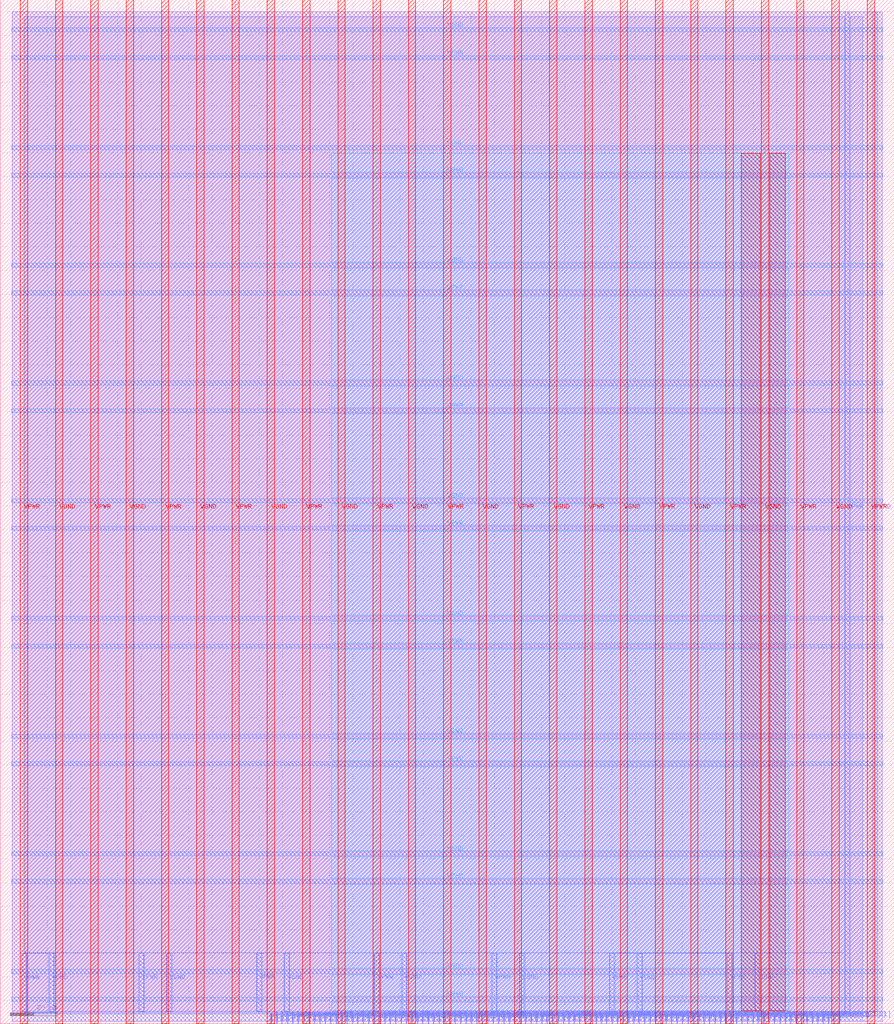
<source format=lef>
VERSION 5.7 ;
  NOWIREEXTENSIONATPIN ON ;
  DIVIDERCHAR "/" ;
  BUSBITCHARS "[]" ;
MACRO SRAM_1024x32
  CLASS BLOCK ;
  FOREIGN SRAM_1024x32 ;
  ORIGIN 0.000 0.000 ;
  SIZE 380.000 BY 435.000 ;
  PIN VGND
    DIRECTION INOUT ;
    USE GROUND ;
    PORT
      LAYER met2 ;
        RECT 20.940 5.200 22.700 29.860 ;
    END
    PORT
      LAYER met2 ;
        RECT 70.940 5.200 72.700 29.860 ;
    END
    PORT
      LAYER met2 ;
        RECT 120.940 5.200 122.700 29.860 ;
    END
    PORT
      LAYER met2 ;
        RECT 170.940 5.200 172.700 29.860 ;
    END
    PORT
      LAYER met2 ;
        RECT 220.940 5.200 222.700 29.860 ;
    END
    PORT
      LAYER met2 ;
        RECT 270.940 5.200 272.700 29.720 ;
    END
    PORT
      LAYER met2 ;
        RECT 320.940 5.200 322.700 29.860 ;
    END
    PORT
      LAYER met2 ;
        RECT 370.940 5.200 372.700 430.000 ;
    END
    PORT
      LAYER met3 ;
        RECT 4.820 21.320 375.140 23.080 ;
    END
    PORT
      LAYER met3 ;
        RECT 4.820 71.320 375.140 73.080 ;
    END
    PORT
      LAYER met3 ;
        RECT 4.820 121.320 375.140 123.080 ;
    END
    PORT
      LAYER met3 ;
        RECT 4.820 171.320 375.140 173.080 ;
    END
    PORT
      LAYER met3 ;
        RECT 4.820 221.320 375.140 223.080 ;
    END
    PORT
      LAYER met3 ;
        RECT 4.820 271.320 375.140 273.080 ;
    END
    PORT
      LAYER met3 ;
        RECT 4.820 321.320 375.140 323.080 ;
    END
    PORT
      LAYER met3 ;
        RECT 4.820 371.320 375.140 373.080 ;
    END
    PORT
      LAYER met3 ;
        RECT 4.820 421.320 375.140 423.080 ;
    END
    PORT
      LAYER met4 ;
        RECT 23.510 0.000 26.610 435.000 ;
    END
    PORT
      LAYER met4 ;
        RECT 53.510 0.000 56.610 435.000 ;
    END
    PORT
      LAYER met4 ;
        RECT 83.510 0.000 86.610 435.000 ;
    END
    PORT
      LAYER met4 ;
        RECT 113.510 0.000 116.610 435.000 ;
    END
    PORT
      LAYER met4 ;
        RECT 143.510 0.000 146.610 435.000 ;
    END
    PORT
      LAYER met4 ;
        RECT 173.510 0.000 176.610 435.000 ;
    END
    PORT
      LAYER met4 ;
        RECT 203.510 0.000 206.610 435.000 ;
    END
    PORT
      LAYER met4 ;
        RECT 233.510 0.000 236.610 435.000 ;
    END
    PORT
      LAYER met4 ;
        RECT 263.510 0.000 266.610 435.000 ;
    END
    PORT
      LAYER met4 ;
        RECT 293.510 0.000 296.610 435.000 ;
    END
    PORT
      LAYER met4 ;
        RECT 323.510 0.000 326.610 435.000 ;
    END
    PORT
      LAYER met4 ;
        RECT 353.510 0.000 356.610 435.000 ;
    END
  END VGND
  PIN VPWR
    DIRECTION INOUT ;
    USE POWER ;
    PORT
      LAYER met2 ;
        RECT 9.180 5.200 10.940 29.720 ;
    END
    PORT
      LAYER met2 ;
        RECT 59.180 5.200 60.940 29.860 ;
    END
    PORT
      LAYER met2 ;
        RECT 109.180 5.200 110.940 29.860 ;
    END
    PORT
      LAYER met2 ;
        RECT 159.180 5.200 160.940 29.860 ;
    END
    PORT
      LAYER met2 ;
        RECT 209.180 5.200 210.940 29.860 ;
    END
    PORT
      LAYER met2 ;
        RECT 259.180 5.200 260.940 29.860 ;
    END
    PORT
      LAYER met2 ;
        RECT 309.180 5.200 310.940 29.860 ;
    END
    PORT
      LAYER met2 ;
        RECT 359.180 5.200 360.940 430.000 ;
    END
    PORT
      LAYER met3 ;
        RECT 4.820 9.560 375.140 11.320 ;
    END
    PORT
      LAYER met3 ;
        RECT 4.820 59.560 375.140 61.320 ;
    END
    PORT
      LAYER met3 ;
        RECT 4.820 109.560 375.140 111.320 ;
    END
    PORT
      LAYER met3 ;
        RECT 4.820 159.560 375.140 161.320 ;
    END
    PORT
      LAYER met3 ;
        RECT 4.820 209.560 375.140 211.320 ;
    END
    PORT
      LAYER met3 ;
        RECT 4.820 259.560 375.140 261.320 ;
    END
    PORT
      LAYER met3 ;
        RECT 4.820 309.560 375.140 311.320 ;
    END
    PORT
      LAYER met3 ;
        RECT 4.820 359.560 375.140 361.320 ;
    END
    PORT
      LAYER met3 ;
        RECT 4.820 409.560 375.140 411.320 ;
    END
    PORT
      LAYER met4 ;
        RECT 8.510 0.000 11.610 435.000 ;
    END
    PORT
      LAYER met4 ;
        RECT 38.510 0.000 41.610 435.000 ;
    END
    PORT
      LAYER met4 ;
        RECT 68.510 0.000 71.610 435.000 ;
    END
    PORT
      LAYER met4 ;
        RECT 98.510 0.000 101.610 435.000 ;
    END
    PORT
      LAYER met4 ;
        RECT 128.510 0.000 131.610 435.000 ;
    END
    PORT
      LAYER met4 ;
        RECT 158.510 0.000 161.610 435.000 ;
    END
    PORT
      LAYER met4 ;
        RECT 188.510 0.000 191.610 435.000 ;
    END
    PORT
      LAYER met4 ;
        RECT 218.510 0.000 221.610 435.000 ;
    END
    PORT
      LAYER met4 ;
        RECT 248.510 0.000 251.610 435.000 ;
    END
    PORT
      LAYER met4 ;
        RECT 278.510 0.000 281.610 435.000 ;
    END
    PORT
      LAYER met4 ;
        RECT 308.510 0.000 311.610 435.000 ;
    END
    PORT
      LAYER met4 ;
        RECT 338.510 0.000 341.610 435.000 ;
    END
    PORT
      LAYER met4 ;
        RECT 368.510 0.000 371.610 435.000 ;
    END
  END VPWR
  PIN wb_clk_i
    DIRECTION INPUT ;
    USE SIGNAL ;
    ANTENNAGATEAREA 0.852000 ;
    PORT
      LAYER met2 ;
        RECT 115.090 0.000 115.370 4.000 ;
    END
  END wb_clk_i
  PIN wb_rst_i
    DIRECTION INPUT ;
    USE SIGNAL ;
    ANTENNAGATEAREA 0.196500 ;
    PORT
      LAYER met2 ;
        RECT 117.390 0.000 117.670 4.000 ;
    END
  END wb_rst_i
  PIN wbs_ack_o
    DIRECTION OUTPUT ;
    USE SIGNAL ;
    ANTENNADIFFAREA 2.673000 ;
    PORT
      LAYER met2 ;
        RECT 119.690 0.000 119.970 4.000 ;
    END
  END wbs_ack_o
  PIN wbs_adr_i[0]
    DIRECTION INPUT ;
    USE SIGNAL ;
    ANTENNAGATEAREA 0.126000 ;
    PORT
      LAYER met2 ;
        RECT 128.890 0.000 129.170 4.000 ;
    END
  END wbs_adr_i[0]
  PIN wbs_adr_i[10]
    DIRECTION INPUT ;
    USE SIGNAL ;
    PORT
      LAYER met2 ;
        RECT 207.090 0.000 207.370 4.000 ;
    END
  END wbs_adr_i[10]
  PIN wbs_adr_i[11]
    DIRECTION INPUT ;
    USE SIGNAL ;
    PORT
      LAYER met2 ;
        RECT 213.990 0.000 214.270 4.000 ;
    END
  END wbs_adr_i[11]
  PIN wbs_adr_i[12]
    DIRECTION INPUT ;
    USE SIGNAL ;
    PORT
      LAYER met2 ;
        RECT 220.890 0.000 221.170 4.000 ;
    END
  END wbs_adr_i[12]
  PIN wbs_adr_i[13]
    DIRECTION INPUT ;
    USE SIGNAL ;
    PORT
      LAYER met2 ;
        RECT 227.790 0.000 228.070 4.000 ;
    END
  END wbs_adr_i[13]
  PIN wbs_adr_i[14]
    DIRECTION INPUT ;
    USE SIGNAL ;
    PORT
      LAYER met2 ;
        RECT 234.690 0.000 234.970 4.000 ;
    END
  END wbs_adr_i[14]
  PIN wbs_adr_i[15]
    DIRECTION INPUT ;
    USE SIGNAL ;
    PORT
      LAYER met2 ;
        RECT 241.590 0.000 241.870 4.000 ;
    END
  END wbs_adr_i[15]
  PIN wbs_adr_i[16]
    DIRECTION INPUT ;
    USE SIGNAL ;
    PORT
      LAYER met2 ;
        RECT 248.490 0.000 248.770 4.000 ;
    END
  END wbs_adr_i[16]
  PIN wbs_adr_i[17]
    DIRECTION INPUT ;
    USE SIGNAL ;
    PORT
      LAYER met2 ;
        RECT 255.390 0.000 255.670 4.000 ;
    END
  END wbs_adr_i[17]
  PIN wbs_adr_i[18]
    DIRECTION INPUT ;
    USE SIGNAL ;
    PORT
      LAYER met2 ;
        RECT 262.290 0.000 262.570 4.000 ;
    END
  END wbs_adr_i[18]
  PIN wbs_adr_i[19]
    DIRECTION INPUT ;
    USE SIGNAL ;
    PORT
      LAYER met2 ;
        RECT 269.190 0.000 269.470 4.000 ;
    END
  END wbs_adr_i[19]
  PIN wbs_adr_i[1]
    DIRECTION INPUT ;
    USE SIGNAL ;
    ANTENNAGATEAREA 0.126000 ;
    PORT
      LAYER met2 ;
        RECT 138.090 0.000 138.370 4.000 ;
    END
  END wbs_adr_i[1]
  PIN wbs_adr_i[20]
    DIRECTION INPUT ;
    USE SIGNAL ;
    PORT
      LAYER met2 ;
        RECT 276.090 0.000 276.370 4.000 ;
    END
  END wbs_adr_i[20]
  PIN wbs_adr_i[21]
    DIRECTION INPUT ;
    USE SIGNAL ;
    PORT
      LAYER met2 ;
        RECT 282.990 0.000 283.270 4.000 ;
    END
  END wbs_adr_i[21]
  PIN wbs_adr_i[22]
    DIRECTION INPUT ;
    USE SIGNAL ;
    PORT
      LAYER met2 ;
        RECT 289.890 0.000 290.170 4.000 ;
    END
  END wbs_adr_i[22]
  PIN wbs_adr_i[23]
    DIRECTION INPUT ;
    USE SIGNAL ;
    PORT
      LAYER met2 ;
        RECT 296.790 0.000 297.070 4.000 ;
    END
  END wbs_adr_i[23]
  PIN wbs_adr_i[24]
    DIRECTION INPUT ;
    USE SIGNAL ;
    PORT
      LAYER met2 ;
        RECT 303.690 0.000 303.970 4.000 ;
    END
  END wbs_adr_i[24]
  PIN wbs_adr_i[25]
    DIRECTION INPUT ;
    USE SIGNAL ;
    PORT
      LAYER met2 ;
        RECT 310.590 0.000 310.870 4.000 ;
    END
  END wbs_adr_i[25]
  PIN wbs_adr_i[26]
    DIRECTION INPUT ;
    USE SIGNAL ;
    PORT
      LAYER met2 ;
        RECT 317.490 0.000 317.770 4.000 ;
    END
  END wbs_adr_i[26]
  PIN wbs_adr_i[27]
    DIRECTION INPUT ;
    USE SIGNAL ;
    PORT
      LAYER met2 ;
        RECT 324.390 0.000 324.670 4.000 ;
    END
  END wbs_adr_i[27]
  PIN wbs_adr_i[28]
    DIRECTION INPUT ;
    USE SIGNAL ;
    PORT
      LAYER met2 ;
        RECT 331.290 0.000 331.570 4.000 ;
    END
  END wbs_adr_i[28]
  PIN wbs_adr_i[29]
    DIRECTION INPUT ;
    USE SIGNAL ;
    PORT
      LAYER met2 ;
        RECT 338.190 0.000 338.470 4.000 ;
    END
  END wbs_adr_i[29]
  PIN wbs_adr_i[2]
    DIRECTION INPUT ;
    USE SIGNAL ;
    ANTENNAGATEAREA 0.126000 ;
    PORT
      LAYER met2 ;
        RECT 147.290 0.000 147.570 4.000 ;
    END
  END wbs_adr_i[2]
  PIN wbs_adr_i[30]
    DIRECTION INPUT ;
    USE SIGNAL ;
    PORT
      LAYER met2 ;
        RECT 345.090 0.000 345.370 4.000 ;
    END
  END wbs_adr_i[30]
  PIN wbs_adr_i[31]
    DIRECTION INPUT ;
    USE SIGNAL ;
    PORT
      LAYER met2 ;
        RECT 351.990 0.000 352.270 4.000 ;
    END
  END wbs_adr_i[31]
  PIN wbs_adr_i[3]
    DIRECTION INPUT ;
    USE SIGNAL ;
    ANTENNAGATEAREA 0.126000 ;
    PORT
      LAYER met2 ;
        RECT 156.490 0.000 156.770 4.000 ;
    END
  END wbs_adr_i[3]
  PIN wbs_adr_i[4]
    DIRECTION INPUT ;
    USE SIGNAL ;
    ANTENNAGATEAREA 0.126000 ;
    PORT
      LAYER met2 ;
        RECT 165.690 0.000 165.970 4.000 ;
    END
  END wbs_adr_i[4]
  PIN wbs_adr_i[5]
    DIRECTION INPUT ;
    USE SIGNAL ;
    ANTENNAGATEAREA 0.126000 ;
    PORT
      LAYER met2 ;
        RECT 172.590 0.000 172.870 4.000 ;
    END
  END wbs_adr_i[5]
  PIN wbs_adr_i[6]
    DIRECTION INPUT ;
    USE SIGNAL ;
    ANTENNAGATEAREA 0.126000 ;
    PORT
      LAYER met2 ;
        RECT 179.490 0.000 179.770 4.000 ;
    END
  END wbs_adr_i[6]
  PIN wbs_adr_i[7]
    DIRECTION INPUT ;
    USE SIGNAL ;
    ANTENNAGATEAREA 0.126000 ;
    PORT
      LAYER met2 ;
        RECT 186.390 0.000 186.670 4.000 ;
    END
  END wbs_adr_i[7]
  PIN wbs_adr_i[8]
    DIRECTION INPUT ;
    USE SIGNAL ;
    ANTENNAGATEAREA 0.126000 ;
    PORT
      LAYER met2 ;
        RECT 193.290 0.000 193.570 4.000 ;
    END
  END wbs_adr_i[8]
  PIN wbs_adr_i[9]
    DIRECTION INPUT ;
    USE SIGNAL ;
    ANTENNAGATEAREA 0.126000 ;
    PORT
      LAYER met2 ;
        RECT 200.190 0.000 200.470 4.000 ;
    END
  END wbs_adr_i[9]
  PIN wbs_cyc_i
    DIRECTION INPUT ;
    USE SIGNAL ;
    ANTENNAGATEAREA 0.126000 ;
    PORT
      LAYER met2 ;
        RECT 121.990 0.000 122.270 4.000 ;
    END
  END wbs_cyc_i
  PIN wbs_dat_i[0]
    DIRECTION INPUT ;
    USE SIGNAL ;
    ANTENNAGATEAREA 0.126000 ;
    PORT
      LAYER met2 ;
        RECT 131.190 0.000 131.470 4.000 ;
    END
  END wbs_dat_i[0]
  PIN wbs_dat_i[10]
    DIRECTION INPUT ;
    USE SIGNAL ;
    ANTENNAGATEAREA 0.126000 ;
    PORT
      LAYER met2 ;
        RECT 209.390 0.000 209.670 4.000 ;
    END
  END wbs_dat_i[10]
  PIN wbs_dat_i[11]
    DIRECTION INPUT ;
    USE SIGNAL ;
    ANTENNAGATEAREA 0.126000 ;
    PORT
      LAYER met2 ;
        RECT 216.290 0.000 216.570 4.000 ;
    END
  END wbs_dat_i[11]
  PIN wbs_dat_i[12]
    DIRECTION INPUT ;
    USE SIGNAL ;
    ANTENNAGATEAREA 0.126000 ;
    PORT
      LAYER met2 ;
        RECT 223.190 0.000 223.470 4.000 ;
    END
  END wbs_dat_i[12]
  PIN wbs_dat_i[13]
    DIRECTION INPUT ;
    USE SIGNAL ;
    ANTENNAGATEAREA 0.126000 ;
    PORT
      LAYER met2 ;
        RECT 230.090 0.000 230.370 4.000 ;
    END
  END wbs_dat_i[13]
  PIN wbs_dat_i[14]
    DIRECTION INPUT ;
    USE SIGNAL ;
    ANTENNAGATEAREA 0.126000 ;
    PORT
      LAYER met2 ;
        RECT 236.990 0.000 237.270 4.000 ;
    END
  END wbs_dat_i[14]
  PIN wbs_dat_i[15]
    DIRECTION INPUT ;
    USE SIGNAL ;
    ANTENNAGATEAREA 0.126000 ;
    PORT
      LAYER met2 ;
        RECT 243.890 0.000 244.170 4.000 ;
    END
  END wbs_dat_i[15]
  PIN wbs_dat_i[16]
    DIRECTION INPUT ;
    USE SIGNAL ;
    ANTENNAGATEAREA 0.126000 ;
    PORT
      LAYER met2 ;
        RECT 250.790 0.000 251.070 4.000 ;
    END
  END wbs_dat_i[16]
  PIN wbs_dat_i[17]
    DIRECTION INPUT ;
    USE SIGNAL ;
    ANTENNAGATEAREA 0.126000 ;
    PORT
      LAYER met2 ;
        RECT 257.690 0.000 257.970 4.000 ;
    END
  END wbs_dat_i[17]
  PIN wbs_dat_i[18]
    DIRECTION INPUT ;
    USE SIGNAL ;
    ANTENNAGATEAREA 0.126000 ;
    PORT
      LAYER met2 ;
        RECT 264.590 0.000 264.870 4.000 ;
    END
  END wbs_dat_i[18]
  PIN wbs_dat_i[19]
    DIRECTION INPUT ;
    USE SIGNAL ;
    ANTENNAGATEAREA 0.126000 ;
    PORT
      LAYER met2 ;
        RECT 271.490 0.000 271.770 4.000 ;
    END
  END wbs_dat_i[19]
  PIN wbs_dat_i[1]
    DIRECTION INPUT ;
    USE SIGNAL ;
    ANTENNAGATEAREA 0.126000 ;
    PORT
      LAYER met2 ;
        RECT 140.390 0.000 140.670 4.000 ;
    END
  END wbs_dat_i[1]
  PIN wbs_dat_i[20]
    DIRECTION INPUT ;
    USE SIGNAL ;
    ANTENNAGATEAREA 0.126000 ;
    PORT
      LAYER met2 ;
        RECT 278.390 0.000 278.670 4.000 ;
    END
  END wbs_dat_i[20]
  PIN wbs_dat_i[21]
    DIRECTION INPUT ;
    USE SIGNAL ;
    ANTENNAGATEAREA 0.126000 ;
    PORT
      LAYER met2 ;
        RECT 285.290 0.000 285.570 4.000 ;
    END
  END wbs_dat_i[21]
  PIN wbs_dat_i[22]
    DIRECTION INPUT ;
    USE SIGNAL ;
    ANTENNAGATEAREA 0.126000 ;
    PORT
      LAYER met2 ;
        RECT 292.190 0.000 292.470 4.000 ;
    END
  END wbs_dat_i[22]
  PIN wbs_dat_i[23]
    DIRECTION INPUT ;
    USE SIGNAL ;
    ANTENNAGATEAREA 0.126000 ;
    PORT
      LAYER met2 ;
        RECT 299.090 0.000 299.370 4.000 ;
    END
  END wbs_dat_i[23]
  PIN wbs_dat_i[24]
    DIRECTION INPUT ;
    USE SIGNAL ;
    ANTENNAGATEAREA 0.126000 ;
    PORT
      LAYER met2 ;
        RECT 305.990 0.000 306.270 4.000 ;
    END
  END wbs_dat_i[24]
  PIN wbs_dat_i[25]
    DIRECTION INPUT ;
    USE SIGNAL ;
    ANTENNAGATEAREA 0.126000 ;
    PORT
      LAYER met2 ;
        RECT 312.890 0.000 313.170 4.000 ;
    END
  END wbs_dat_i[25]
  PIN wbs_dat_i[26]
    DIRECTION INPUT ;
    USE SIGNAL ;
    ANTENNAGATEAREA 0.126000 ;
    PORT
      LAYER met2 ;
        RECT 319.790 0.000 320.070 4.000 ;
    END
  END wbs_dat_i[26]
  PIN wbs_dat_i[27]
    DIRECTION INPUT ;
    USE SIGNAL ;
    ANTENNAGATEAREA 0.126000 ;
    PORT
      LAYER met2 ;
        RECT 326.690 0.000 326.970 4.000 ;
    END
  END wbs_dat_i[27]
  PIN wbs_dat_i[28]
    DIRECTION INPUT ;
    USE SIGNAL ;
    ANTENNAGATEAREA 0.126000 ;
    PORT
      LAYER met2 ;
        RECT 333.590 0.000 333.870 4.000 ;
    END
  END wbs_dat_i[28]
  PIN wbs_dat_i[29]
    DIRECTION INPUT ;
    USE SIGNAL ;
    ANTENNAGATEAREA 0.126000 ;
    PORT
      LAYER met2 ;
        RECT 340.490 0.000 340.770 4.000 ;
    END
  END wbs_dat_i[29]
  PIN wbs_dat_i[2]
    DIRECTION INPUT ;
    USE SIGNAL ;
    ANTENNAGATEAREA 0.126000 ;
    PORT
      LAYER met2 ;
        RECT 149.590 0.000 149.870 4.000 ;
    END
  END wbs_dat_i[2]
  PIN wbs_dat_i[30]
    DIRECTION INPUT ;
    USE SIGNAL ;
    ANTENNAGATEAREA 0.126000 ;
    PORT
      LAYER met2 ;
        RECT 347.390 0.000 347.670 4.000 ;
    END
  END wbs_dat_i[30]
  PIN wbs_dat_i[31]
    DIRECTION INPUT ;
    USE SIGNAL ;
    ANTENNAGATEAREA 0.126000 ;
    PORT
      LAYER met2 ;
        RECT 354.290 0.000 354.570 4.000 ;
    END
  END wbs_dat_i[31]
  PIN wbs_dat_i[3]
    DIRECTION INPUT ;
    USE SIGNAL ;
    ANTENNAGATEAREA 0.126000 ;
    PORT
      LAYER met2 ;
        RECT 158.790 0.000 159.070 4.000 ;
    END
  END wbs_dat_i[3]
  PIN wbs_dat_i[4]
    DIRECTION INPUT ;
    USE SIGNAL ;
    ANTENNAGATEAREA 0.126000 ;
    PORT
      LAYER met2 ;
        RECT 167.990 0.000 168.270 4.000 ;
    END
  END wbs_dat_i[4]
  PIN wbs_dat_i[5]
    DIRECTION INPUT ;
    USE SIGNAL ;
    ANTENNAGATEAREA 0.126000 ;
    PORT
      LAYER met2 ;
        RECT 174.890 0.000 175.170 4.000 ;
    END
  END wbs_dat_i[5]
  PIN wbs_dat_i[6]
    DIRECTION INPUT ;
    USE SIGNAL ;
    ANTENNAGATEAREA 0.126000 ;
    PORT
      LAYER met2 ;
        RECT 181.790 0.000 182.070 4.000 ;
    END
  END wbs_dat_i[6]
  PIN wbs_dat_i[7]
    DIRECTION INPUT ;
    USE SIGNAL ;
    ANTENNAGATEAREA 0.126000 ;
    PORT
      LAYER met2 ;
        RECT 188.690 0.000 188.970 4.000 ;
    END
  END wbs_dat_i[7]
  PIN wbs_dat_i[8]
    DIRECTION INPUT ;
    USE SIGNAL ;
    ANTENNAGATEAREA 0.126000 ;
    PORT
      LAYER met2 ;
        RECT 195.590 0.000 195.870 4.000 ;
    END
  END wbs_dat_i[8]
  PIN wbs_dat_i[9]
    DIRECTION INPUT ;
    USE SIGNAL ;
    ANTENNAGATEAREA 0.126000 ;
    PORT
      LAYER met2 ;
        RECT 202.490 0.000 202.770 4.000 ;
    END
  END wbs_dat_i[9]
  PIN wbs_dat_o[0]
    DIRECTION OUTPUT ;
    USE SIGNAL ;
    ANTENNADIFFAREA 2.673000 ;
    PORT
      LAYER met2 ;
        RECT 133.490 0.000 133.770 4.000 ;
    END
  END wbs_dat_o[0]
  PIN wbs_dat_o[10]
    DIRECTION OUTPUT ;
    USE SIGNAL ;
    ANTENNADIFFAREA 2.673000 ;
    PORT
      LAYER met2 ;
        RECT 211.690 0.000 211.970 4.000 ;
    END
  END wbs_dat_o[10]
  PIN wbs_dat_o[11]
    DIRECTION OUTPUT ;
    USE SIGNAL ;
    ANTENNADIFFAREA 2.673000 ;
    PORT
      LAYER met2 ;
        RECT 218.590 0.000 218.870 4.000 ;
    END
  END wbs_dat_o[11]
  PIN wbs_dat_o[12]
    DIRECTION OUTPUT ;
    USE SIGNAL ;
    ANTENNADIFFAREA 2.673000 ;
    PORT
      LAYER met2 ;
        RECT 225.490 0.000 225.770 4.000 ;
    END
  END wbs_dat_o[12]
  PIN wbs_dat_o[13]
    DIRECTION OUTPUT ;
    USE SIGNAL ;
    ANTENNADIFFAREA 2.673000 ;
    PORT
      LAYER met2 ;
        RECT 232.390 0.000 232.670 4.000 ;
    END
  END wbs_dat_o[13]
  PIN wbs_dat_o[14]
    DIRECTION OUTPUT ;
    USE SIGNAL ;
    ANTENNADIFFAREA 2.673000 ;
    PORT
      LAYER met2 ;
        RECT 239.290 0.000 239.570 4.000 ;
    END
  END wbs_dat_o[14]
  PIN wbs_dat_o[15]
    DIRECTION OUTPUT ;
    USE SIGNAL ;
    ANTENNADIFFAREA 2.673000 ;
    PORT
      LAYER met2 ;
        RECT 246.190 0.000 246.470 4.000 ;
    END
  END wbs_dat_o[15]
  PIN wbs_dat_o[16]
    DIRECTION OUTPUT ;
    USE SIGNAL ;
    ANTENNADIFFAREA 2.673000 ;
    PORT
      LAYER met2 ;
        RECT 253.090 0.000 253.370 4.000 ;
    END
  END wbs_dat_o[16]
  PIN wbs_dat_o[17]
    DIRECTION OUTPUT ;
    USE SIGNAL ;
    ANTENNADIFFAREA 2.673000 ;
    PORT
      LAYER met2 ;
        RECT 259.990 0.000 260.270 4.000 ;
    END
  END wbs_dat_o[17]
  PIN wbs_dat_o[18]
    DIRECTION OUTPUT ;
    USE SIGNAL ;
    ANTENNADIFFAREA 2.673000 ;
    PORT
      LAYER met2 ;
        RECT 266.890 0.000 267.170 4.000 ;
    END
  END wbs_dat_o[18]
  PIN wbs_dat_o[19]
    DIRECTION OUTPUT ;
    USE SIGNAL ;
    ANTENNADIFFAREA 2.673000 ;
    PORT
      LAYER met2 ;
        RECT 273.790 0.000 274.070 4.000 ;
    END
  END wbs_dat_o[19]
  PIN wbs_dat_o[1]
    DIRECTION OUTPUT ;
    USE SIGNAL ;
    ANTENNADIFFAREA 2.673000 ;
    PORT
      LAYER met2 ;
        RECT 142.690 0.000 142.970 4.000 ;
    END
  END wbs_dat_o[1]
  PIN wbs_dat_o[20]
    DIRECTION OUTPUT ;
    USE SIGNAL ;
    ANTENNADIFFAREA 2.673000 ;
    PORT
      LAYER met2 ;
        RECT 280.690 0.000 280.970 4.000 ;
    END
  END wbs_dat_o[20]
  PIN wbs_dat_o[21]
    DIRECTION OUTPUT ;
    USE SIGNAL ;
    ANTENNADIFFAREA 2.673000 ;
    PORT
      LAYER met2 ;
        RECT 287.590 0.000 287.870 4.000 ;
    END
  END wbs_dat_o[21]
  PIN wbs_dat_o[22]
    DIRECTION OUTPUT ;
    USE SIGNAL ;
    ANTENNADIFFAREA 2.673000 ;
    PORT
      LAYER met2 ;
        RECT 294.490 0.000 294.770 4.000 ;
    END
  END wbs_dat_o[22]
  PIN wbs_dat_o[23]
    DIRECTION OUTPUT ;
    USE SIGNAL ;
    ANTENNADIFFAREA 2.673000 ;
    PORT
      LAYER met2 ;
        RECT 301.390 0.000 301.670 4.000 ;
    END
  END wbs_dat_o[23]
  PIN wbs_dat_o[24]
    DIRECTION OUTPUT ;
    USE SIGNAL ;
    ANTENNADIFFAREA 2.673000 ;
    PORT
      LAYER met2 ;
        RECT 308.290 0.000 308.570 4.000 ;
    END
  END wbs_dat_o[24]
  PIN wbs_dat_o[25]
    DIRECTION OUTPUT ;
    USE SIGNAL ;
    ANTENNADIFFAREA 2.673000 ;
    PORT
      LAYER met2 ;
        RECT 315.190 0.000 315.470 4.000 ;
    END
  END wbs_dat_o[25]
  PIN wbs_dat_o[26]
    DIRECTION OUTPUT ;
    USE SIGNAL ;
    ANTENNADIFFAREA 2.673000 ;
    PORT
      LAYER met2 ;
        RECT 322.090 0.000 322.370 4.000 ;
    END
  END wbs_dat_o[26]
  PIN wbs_dat_o[27]
    DIRECTION OUTPUT ;
    USE SIGNAL ;
    ANTENNADIFFAREA 2.673000 ;
    PORT
      LAYER met2 ;
        RECT 328.990 0.000 329.270 4.000 ;
    END
  END wbs_dat_o[27]
  PIN wbs_dat_o[28]
    DIRECTION OUTPUT ;
    USE SIGNAL ;
    ANTENNADIFFAREA 2.673000 ;
    PORT
      LAYER met2 ;
        RECT 335.890 0.000 336.170 4.000 ;
    END
  END wbs_dat_o[28]
  PIN wbs_dat_o[29]
    DIRECTION OUTPUT ;
    USE SIGNAL ;
    ANTENNADIFFAREA 2.673000 ;
    PORT
      LAYER met2 ;
        RECT 342.790 0.000 343.070 4.000 ;
    END
  END wbs_dat_o[29]
  PIN wbs_dat_o[2]
    DIRECTION OUTPUT ;
    USE SIGNAL ;
    ANTENNADIFFAREA 2.673000 ;
    PORT
      LAYER met2 ;
        RECT 151.890 0.000 152.170 4.000 ;
    END
  END wbs_dat_o[2]
  PIN wbs_dat_o[30]
    DIRECTION OUTPUT ;
    USE SIGNAL ;
    ANTENNADIFFAREA 2.673000 ;
    PORT
      LAYER met2 ;
        RECT 349.690 0.000 349.970 4.000 ;
    END
  END wbs_dat_o[30]
  PIN wbs_dat_o[31]
    DIRECTION OUTPUT ;
    USE SIGNAL ;
    ANTENNADIFFAREA 2.673000 ;
    PORT
      LAYER met2 ;
        RECT 356.590 0.000 356.870 4.000 ;
    END
  END wbs_dat_o[31]
  PIN wbs_dat_o[3]
    DIRECTION OUTPUT ;
    USE SIGNAL ;
    ANTENNADIFFAREA 2.673000 ;
    PORT
      LAYER met2 ;
        RECT 161.090 0.000 161.370 4.000 ;
    END
  END wbs_dat_o[3]
  PIN wbs_dat_o[4]
    DIRECTION OUTPUT ;
    USE SIGNAL ;
    ANTENNADIFFAREA 2.673000 ;
    PORT
      LAYER met2 ;
        RECT 170.290 0.000 170.570 4.000 ;
    END
  END wbs_dat_o[4]
  PIN wbs_dat_o[5]
    DIRECTION OUTPUT ;
    USE SIGNAL ;
    ANTENNADIFFAREA 2.673000 ;
    PORT
      LAYER met2 ;
        RECT 177.190 0.000 177.470 4.000 ;
    END
  END wbs_dat_o[5]
  PIN wbs_dat_o[6]
    DIRECTION OUTPUT ;
    USE SIGNAL ;
    ANTENNADIFFAREA 2.673000 ;
    PORT
      LAYER met2 ;
        RECT 184.090 0.000 184.370 4.000 ;
    END
  END wbs_dat_o[6]
  PIN wbs_dat_o[7]
    DIRECTION OUTPUT ;
    USE SIGNAL ;
    ANTENNADIFFAREA 2.673000 ;
    PORT
      LAYER met2 ;
        RECT 190.990 0.000 191.270 4.000 ;
    END
  END wbs_dat_o[7]
  PIN wbs_dat_o[8]
    DIRECTION OUTPUT ;
    USE SIGNAL ;
    ANTENNADIFFAREA 2.673000 ;
    PORT
      LAYER met2 ;
        RECT 197.890 0.000 198.170 4.000 ;
    END
  END wbs_dat_o[8]
  PIN wbs_dat_o[9]
    DIRECTION OUTPUT ;
    USE SIGNAL ;
    ANTENNADIFFAREA 2.673000 ;
    PORT
      LAYER met2 ;
        RECT 204.790 0.000 205.070 4.000 ;
    END
  END wbs_dat_o[9]
  PIN wbs_sel_i[0]
    DIRECTION INPUT ;
    USE SIGNAL ;
    ANTENNAGATEAREA 0.126000 ;
    PORT
      LAYER met2 ;
        RECT 135.790 0.000 136.070 4.000 ;
    END
  END wbs_sel_i[0]
  PIN wbs_sel_i[1]
    DIRECTION INPUT ;
    USE SIGNAL ;
    ANTENNAGATEAREA 0.126000 ;
    PORT
      LAYER met2 ;
        RECT 144.990 0.000 145.270 4.000 ;
    END
  END wbs_sel_i[1]
  PIN wbs_sel_i[2]
    DIRECTION INPUT ;
    USE SIGNAL ;
    ANTENNAGATEAREA 0.126000 ;
    PORT
      LAYER met2 ;
        RECT 154.190 0.000 154.470 4.000 ;
    END
  END wbs_sel_i[2]
  PIN wbs_sel_i[3]
    DIRECTION INPUT ;
    USE SIGNAL ;
    ANTENNAGATEAREA 0.126000 ;
    PORT
      LAYER met2 ;
        RECT 163.390 0.000 163.670 4.000 ;
    END
  END wbs_sel_i[3]
  PIN wbs_stb_i
    DIRECTION INPUT ;
    USE SIGNAL ;
    ANTENNAGATEAREA 0.196500 ;
    PORT
      LAYER met2 ;
        RECT 124.290 0.000 124.570 4.000 ;
    END
  END wbs_stb_i
  PIN wbs_we_i
    DIRECTION INPUT ;
    USE SIGNAL ;
    ANTENNAGATEAREA 0.126000 ;
    PORT
      LAYER met2 ;
        RECT 126.590 0.000 126.870 4.000 ;
    END
  END wbs_we_i
  OBS
      LAYER li1 ;
        RECT 5.060 5.355 374.900 429.845 ;
      LAYER met1 ;
        RECT 5.060 1.060 374.900 430.000 ;
      LAYER met2 ;
        RECT 10.100 30.140 358.900 427.870 ;
        RECT 10.100 30.000 20.660 30.140 ;
        RECT 11.220 4.920 20.660 30.000 ;
        RECT 22.980 4.920 58.900 30.140 ;
        RECT 61.220 4.920 70.660 30.140 ;
        RECT 72.980 4.920 108.900 30.140 ;
        RECT 111.220 4.920 120.660 30.140 ;
        RECT 122.980 4.920 158.900 30.140 ;
        RECT 161.220 4.920 170.660 30.140 ;
        RECT 172.980 4.920 208.900 30.140 ;
        RECT 211.220 4.920 220.660 30.140 ;
        RECT 222.980 4.920 258.900 30.140 ;
        RECT 261.220 30.000 308.900 30.140 ;
        RECT 261.220 4.920 270.660 30.000 ;
        RECT 272.980 4.920 308.900 30.000 ;
        RECT 311.220 4.920 320.660 30.140 ;
        RECT 322.980 4.920 358.900 30.140 ;
        RECT 361.220 4.920 366.520 427.870 ;
        RECT 10.100 4.280 366.520 4.920 ;
        RECT 10.100 1.030 114.810 4.280 ;
        RECT 115.650 1.030 117.110 4.280 ;
        RECT 117.950 1.030 119.410 4.280 ;
        RECT 120.250 1.030 121.710 4.280 ;
        RECT 122.550 1.030 124.010 4.280 ;
        RECT 124.850 1.030 126.310 4.280 ;
        RECT 127.150 1.030 128.610 4.280 ;
        RECT 129.450 1.030 130.910 4.280 ;
        RECT 131.750 1.030 133.210 4.280 ;
        RECT 134.050 1.030 135.510 4.280 ;
        RECT 136.350 1.030 137.810 4.280 ;
        RECT 138.650 1.030 140.110 4.280 ;
        RECT 140.950 1.030 142.410 4.280 ;
        RECT 143.250 1.030 144.710 4.280 ;
        RECT 145.550 1.030 147.010 4.280 ;
        RECT 147.850 1.030 149.310 4.280 ;
        RECT 150.150 1.030 151.610 4.280 ;
        RECT 152.450 1.030 153.910 4.280 ;
        RECT 154.750 1.030 156.210 4.280 ;
        RECT 157.050 1.030 158.510 4.280 ;
        RECT 159.350 1.030 160.810 4.280 ;
        RECT 161.650 1.030 163.110 4.280 ;
        RECT 163.950 1.030 165.410 4.280 ;
        RECT 166.250 1.030 167.710 4.280 ;
        RECT 168.550 1.030 170.010 4.280 ;
        RECT 170.850 1.030 172.310 4.280 ;
        RECT 173.150 1.030 174.610 4.280 ;
        RECT 175.450 1.030 176.910 4.280 ;
        RECT 177.750 1.030 179.210 4.280 ;
        RECT 180.050 1.030 181.510 4.280 ;
        RECT 182.350 1.030 183.810 4.280 ;
        RECT 184.650 1.030 186.110 4.280 ;
        RECT 186.950 1.030 188.410 4.280 ;
        RECT 189.250 1.030 190.710 4.280 ;
        RECT 191.550 1.030 193.010 4.280 ;
        RECT 193.850 1.030 195.310 4.280 ;
        RECT 196.150 1.030 197.610 4.280 ;
        RECT 198.450 1.030 199.910 4.280 ;
        RECT 200.750 1.030 202.210 4.280 ;
        RECT 203.050 1.030 204.510 4.280 ;
        RECT 205.350 1.030 206.810 4.280 ;
        RECT 207.650 1.030 209.110 4.280 ;
        RECT 209.950 1.030 211.410 4.280 ;
        RECT 212.250 1.030 213.710 4.280 ;
        RECT 214.550 1.030 216.010 4.280 ;
        RECT 216.850 1.030 218.310 4.280 ;
        RECT 219.150 1.030 220.610 4.280 ;
        RECT 221.450 1.030 222.910 4.280 ;
        RECT 223.750 1.030 225.210 4.280 ;
        RECT 226.050 1.030 227.510 4.280 ;
        RECT 228.350 1.030 229.810 4.280 ;
        RECT 230.650 1.030 232.110 4.280 ;
        RECT 232.950 1.030 234.410 4.280 ;
        RECT 235.250 1.030 236.710 4.280 ;
        RECT 237.550 1.030 239.010 4.280 ;
        RECT 239.850 1.030 241.310 4.280 ;
        RECT 242.150 1.030 243.610 4.280 ;
        RECT 244.450 1.030 245.910 4.280 ;
        RECT 246.750 1.030 248.210 4.280 ;
        RECT 249.050 1.030 250.510 4.280 ;
        RECT 251.350 1.030 252.810 4.280 ;
        RECT 253.650 1.030 255.110 4.280 ;
        RECT 255.950 1.030 257.410 4.280 ;
        RECT 258.250 1.030 259.710 4.280 ;
        RECT 260.550 1.030 262.010 4.280 ;
        RECT 262.850 1.030 264.310 4.280 ;
        RECT 265.150 1.030 266.610 4.280 ;
        RECT 267.450 1.030 268.910 4.280 ;
        RECT 269.750 1.030 271.210 4.280 ;
        RECT 272.050 1.030 273.510 4.280 ;
        RECT 274.350 1.030 275.810 4.280 ;
        RECT 276.650 1.030 278.110 4.280 ;
        RECT 278.950 1.030 280.410 4.280 ;
        RECT 281.250 1.030 282.710 4.280 ;
        RECT 283.550 1.030 285.010 4.280 ;
        RECT 285.850 1.030 287.310 4.280 ;
        RECT 288.150 1.030 289.610 4.280 ;
        RECT 290.450 1.030 291.910 4.280 ;
        RECT 292.750 1.030 294.210 4.280 ;
        RECT 295.050 1.030 296.510 4.280 ;
        RECT 297.350 1.030 298.810 4.280 ;
        RECT 299.650 1.030 301.110 4.280 ;
        RECT 301.950 1.030 303.410 4.280 ;
        RECT 304.250 1.030 305.710 4.280 ;
        RECT 306.550 1.030 308.010 4.280 ;
        RECT 308.850 1.030 310.310 4.280 ;
        RECT 311.150 1.030 312.610 4.280 ;
        RECT 313.450 1.030 314.910 4.280 ;
        RECT 315.750 1.030 317.210 4.280 ;
        RECT 318.050 1.030 319.510 4.280 ;
        RECT 320.350 1.030 321.810 4.280 ;
        RECT 322.650 1.030 324.110 4.280 ;
        RECT 324.950 1.030 326.410 4.280 ;
        RECT 327.250 1.030 328.710 4.280 ;
        RECT 329.550 1.030 331.010 4.280 ;
        RECT 331.850 1.030 333.310 4.280 ;
        RECT 334.150 1.030 335.610 4.280 ;
        RECT 336.450 1.030 337.910 4.280 ;
        RECT 338.750 1.030 340.210 4.280 ;
        RECT 341.050 1.030 342.510 4.280 ;
        RECT 343.350 1.030 344.810 4.280 ;
        RECT 345.650 1.030 347.110 4.280 ;
        RECT 347.950 1.030 349.410 4.280 ;
        RECT 350.250 1.030 351.710 4.280 ;
        RECT 352.550 1.030 354.010 4.280 ;
        RECT 354.850 1.030 356.310 4.280 ;
        RECT 357.150 1.030 366.520 4.280 ;
      LAYER met3 ;
        RECT 140.825 361.720 335.275 369.745 ;
        RECT 140.825 323.480 335.275 359.160 ;
        RECT 140.825 311.720 335.275 320.920 ;
        RECT 140.825 273.480 335.275 309.160 ;
        RECT 140.825 261.720 335.275 270.920 ;
        RECT 140.825 223.480 335.275 259.160 ;
        RECT 140.825 211.720 335.275 220.920 ;
        RECT 140.825 173.480 335.275 209.160 ;
        RECT 140.825 161.720 335.275 170.920 ;
        RECT 140.825 123.480 335.275 159.160 ;
        RECT 140.825 111.720 335.275 120.920 ;
        RECT 140.825 73.480 335.275 109.160 ;
        RECT 140.825 61.720 335.275 70.920 ;
        RECT 140.825 23.480 335.275 59.160 ;
        RECT 140.825 11.720 335.275 20.920 ;
        RECT 140.825 5.620 335.275 9.160 ;
      LAYER met4 ;
        RECT 314.935 5.615 323.110 369.745 ;
        RECT 327.010 5.615 333.665 369.745 ;
  END
END SRAM_1024x32
END LIBRARY


</source>
